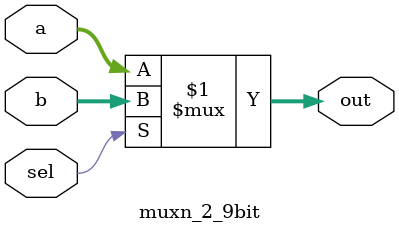
<source format=v>
`timescale 1ns / 1ps

module Hierarchical_CSA_16bit(
input [15:0] a,b,
input cin,
output [15:0] sum,
output cout);
wire c4,c81,c82,c8,c121,c122,c161,c162;
wire [3:0] m1,m2,m3,m4,m5,m6;
wire [4:0] p1,p2;

ripplen_adder rpaa0(.a(a[3:0]),.b(b[3:0]),.cin(cin),.sum(sum[3:0]),.cout(c4));

ripplen_adder rpaa1(.a(a[7:4]),.b(b[7:4]),.cin(1'b0),.sum(m1),.cout(c81));
ripplen_adder rpaa2(.a(a[7:4]),.b(b[7:4]),.cin(1'b1),.sum(m2),.cout(c82));

muxn_2_5bit mux00(.a({c81,m1}),.b({c82,m2}),.sel(c4),.out({c8,sum[7:4]}));

ripplen_adder rpaa3(.a(a[11:8]),.b(b[11:8]),.cin(1'b0),.sum(m3),.cout(c121));
ripplen_adder rpaa4(.a(a[11:8]),.b(b[11:8]),.cin(1'b1),.sum(m4),.cout(c122));

ripplen_adder rpaa5(.a(a[15:12]),.b(b[15:12]),.cin(1'b0),.sum(m5),.cout(c161));
ripplen_adder rpaa6(.a(a[15:15]),.b(b[15:12]),.cin(1'b1),.sum(m6),.cout(c162));

muxn_2_5bit mux01(.a({c161,m5}),.b({c162,m6}),.sel(c121),.out(p1));
muxn_2_5bit mux02(.a({c161,m5}),.b({c162,m6}),.sel(c122),.out(p2));

muxn_2_9bit mux03(.a({p1,m3}),.b({p2,m4}),.sel(c8),.out({cout,sum[15:8]}));

endmodule

module fulln_adder(
input a,b,cin,
output sum,cout);
assign sum = a^b^cin;
assign cout = (a&b)|(b&cin)|(cin&a);
endmodule

module ripplen_adder(
input [3:0] a,b,
input cin,
output [3:0] sum,
output cout);
wire m1,m2,m3;

full_adder fa0(.a(a[0]),.b(b[0]),.cin(cin),.sum(sum[0]),.cout(m1));
full_adder fa1(.a(a[1]),.b(b[1]),.cin(m1),.sum(sum[1]),.cout(m2));
full_adder fa2(.a(a[2]),.b(b[2]),.cin(m2),.sum(sum[2]),.cout(m3));
full_adder fa3(.a(a[3]),.b(b[3]),.cin(m3),.sum(sum[3]),.cout(cout));
endmodule

module muxn_2_5bit(
input [4:0] a,b,
input sel,
output [4:0] out);
assign out = sel?b:a;

endmodule

module muxn_2_9bit(
input [8:0] a,b,
input sel,
output [8:0] out);
assign out = sel?b:a;

endmodule

</source>
